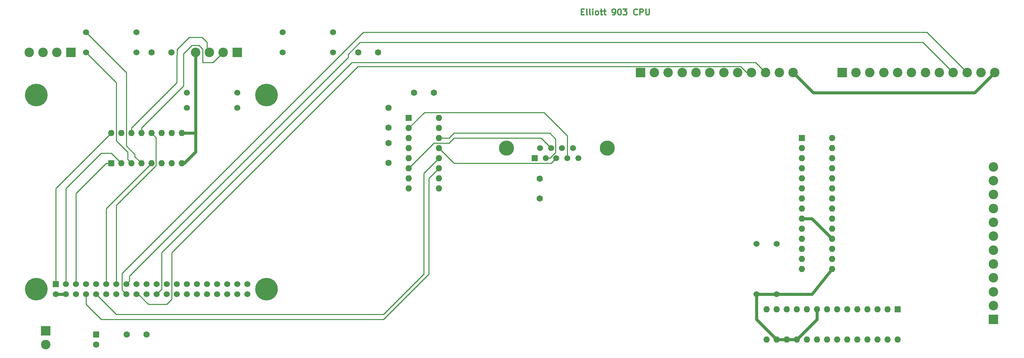
<source format=gbr>
G04 #@! TF.FileFunction,Copper,L1,Top,Signal*
%FSLAX46Y46*%
G04 Gerber Fmt 4.6, Leading zero omitted, Abs format (unit mm)*
G04 Created by KiCad (PCBNEW 4.0.5) date 06/14/17 15:34:31*
%MOMM*%
%LPD*%
G01*
G04 APERTURE LIST*
%ADD10C,0.100000*%
%ADD11C,0.300000*%
%ADD12C,2.400000*%
%ADD13R,2.400000X2.400000*%
%ADD14R,1.524000X1.524000*%
%ADD15C,1.524000*%
%ADD16C,5.700000*%
%ADD17R,1.600000X1.600000*%
%ADD18O,1.600000X1.600000*%
%ADD19C,3.810000*%
%ADD20R,1.520000X1.520000*%
%ADD21C,1.520000*%
%ADD22C,1.600000*%
%ADD23C,0.750000*%
%ADD24C,0.250000*%
G04 APERTURE END LIST*
D10*
D11*
X190818572Y-29102857D02*
X191318572Y-29102857D01*
X191532858Y-29888571D02*
X190818572Y-29888571D01*
X190818572Y-28388571D01*
X191532858Y-28388571D01*
X192390001Y-29888571D02*
X192247143Y-29817143D01*
X192175715Y-29674286D01*
X192175715Y-28388571D01*
X193175715Y-29888571D02*
X193032857Y-29817143D01*
X192961429Y-29674286D01*
X192961429Y-28388571D01*
X193747143Y-29888571D02*
X193747143Y-28888571D01*
X193747143Y-28388571D02*
X193675714Y-28460000D01*
X193747143Y-28531429D01*
X193818571Y-28460000D01*
X193747143Y-28388571D01*
X193747143Y-28531429D01*
X194675715Y-29888571D02*
X194532857Y-29817143D01*
X194461429Y-29745714D01*
X194390000Y-29602857D01*
X194390000Y-29174286D01*
X194461429Y-29031429D01*
X194532857Y-28960000D01*
X194675715Y-28888571D01*
X194890000Y-28888571D01*
X195032857Y-28960000D01*
X195104286Y-29031429D01*
X195175715Y-29174286D01*
X195175715Y-29602857D01*
X195104286Y-29745714D01*
X195032857Y-29817143D01*
X194890000Y-29888571D01*
X194675715Y-29888571D01*
X195604286Y-28888571D02*
X196175715Y-28888571D01*
X195818572Y-28388571D02*
X195818572Y-29674286D01*
X195890000Y-29817143D01*
X196032858Y-29888571D01*
X196175715Y-29888571D01*
X196461429Y-28888571D02*
X197032858Y-28888571D01*
X196675715Y-28388571D02*
X196675715Y-29674286D01*
X196747143Y-29817143D01*
X196890001Y-29888571D01*
X197032858Y-29888571D01*
X198747143Y-29888571D02*
X199032858Y-29888571D01*
X199175715Y-29817143D01*
X199247143Y-29745714D01*
X199390001Y-29531429D01*
X199461429Y-29245714D01*
X199461429Y-28674286D01*
X199390001Y-28531429D01*
X199318572Y-28460000D01*
X199175715Y-28388571D01*
X198890001Y-28388571D01*
X198747143Y-28460000D01*
X198675715Y-28531429D01*
X198604286Y-28674286D01*
X198604286Y-29031429D01*
X198675715Y-29174286D01*
X198747143Y-29245714D01*
X198890001Y-29317143D01*
X199175715Y-29317143D01*
X199318572Y-29245714D01*
X199390001Y-29174286D01*
X199461429Y-29031429D01*
X200390000Y-28388571D02*
X200532857Y-28388571D01*
X200675714Y-28460000D01*
X200747143Y-28531429D01*
X200818572Y-28674286D01*
X200890000Y-28960000D01*
X200890000Y-29317143D01*
X200818572Y-29602857D01*
X200747143Y-29745714D01*
X200675714Y-29817143D01*
X200532857Y-29888571D01*
X200390000Y-29888571D01*
X200247143Y-29817143D01*
X200175714Y-29745714D01*
X200104286Y-29602857D01*
X200032857Y-29317143D01*
X200032857Y-28960000D01*
X200104286Y-28674286D01*
X200175714Y-28531429D01*
X200247143Y-28460000D01*
X200390000Y-28388571D01*
X201390000Y-28388571D02*
X202318571Y-28388571D01*
X201818571Y-28960000D01*
X202032857Y-28960000D01*
X202175714Y-29031429D01*
X202247143Y-29102857D01*
X202318571Y-29245714D01*
X202318571Y-29602857D01*
X202247143Y-29745714D01*
X202175714Y-29817143D01*
X202032857Y-29888571D01*
X201604285Y-29888571D01*
X201461428Y-29817143D01*
X201390000Y-29745714D01*
X204961428Y-29745714D02*
X204889999Y-29817143D01*
X204675713Y-29888571D01*
X204532856Y-29888571D01*
X204318571Y-29817143D01*
X204175713Y-29674286D01*
X204104285Y-29531429D01*
X204032856Y-29245714D01*
X204032856Y-29031429D01*
X204104285Y-28745714D01*
X204175713Y-28602857D01*
X204318571Y-28460000D01*
X204532856Y-28388571D01*
X204675713Y-28388571D01*
X204889999Y-28460000D01*
X204961428Y-28531429D01*
X205604285Y-29888571D02*
X205604285Y-28388571D01*
X206175713Y-28388571D01*
X206318571Y-28460000D01*
X206389999Y-28531429D01*
X206461428Y-28674286D01*
X206461428Y-28888571D01*
X206389999Y-29031429D01*
X206318571Y-29102857D01*
X206175713Y-29174286D01*
X205604285Y-29174286D01*
X207104285Y-28388571D02*
X207104285Y-29602857D01*
X207175713Y-29745714D01*
X207247142Y-29817143D01*
X207389999Y-29888571D01*
X207675713Y-29888571D01*
X207818571Y-29817143D01*
X207889999Y-29745714D01*
X207961428Y-29602857D01*
X207961428Y-28388571D01*
D12*
X263540000Y-44450000D03*
X260040000Y-44450000D03*
X267040000Y-44450000D03*
X270540000Y-44450000D03*
X274040000Y-44450000D03*
X277540000Y-44450000D03*
D13*
X256540000Y-44450000D03*
D12*
X281040000Y-44450000D03*
X284540000Y-44450000D03*
X288040000Y-44450000D03*
X291540000Y-44450000D03*
X295040000Y-44450000D03*
D14*
X58420000Y-97790000D03*
D15*
X58420000Y-100330000D03*
X71120000Y-97790000D03*
X60960000Y-100330000D03*
X73660000Y-97790000D03*
X63500000Y-100330000D03*
X76200000Y-97790000D03*
X66040000Y-100330000D03*
X78740000Y-97790000D03*
X68580000Y-100330000D03*
X81280000Y-97790000D03*
X71120000Y-100330000D03*
X83820000Y-97790000D03*
X73660000Y-100330000D03*
X86360000Y-97790000D03*
X76200000Y-100330000D03*
X88900000Y-97790000D03*
X78740000Y-100330000D03*
X91440000Y-97790000D03*
X81280000Y-100330000D03*
X93980000Y-97790000D03*
X83820000Y-100330000D03*
X96520000Y-97790000D03*
X86360000Y-100330000D03*
X88900000Y-100330000D03*
X99060000Y-97790000D03*
X91440000Y-100330000D03*
X96520000Y-100330000D03*
X99060000Y-100330000D03*
X101600000Y-100330000D03*
X104140000Y-100330000D03*
X101600000Y-97790000D03*
X104140000Y-97790000D03*
X60960000Y-97790000D03*
X63500000Y-97790000D03*
X66040000Y-97790000D03*
X68580000Y-97790000D03*
X106680000Y-97790000D03*
X106680000Y-100330000D03*
X93980000Y-100330000D03*
D16*
X53550000Y-99060000D03*
X111550000Y-99060000D03*
X111550000Y-50060000D03*
X53550000Y-50060000D03*
D17*
X72390000Y-67310000D03*
D18*
X90170000Y-59690000D03*
X74930000Y-67310000D03*
X87630000Y-59690000D03*
X77470000Y-67310000D03*
X85090000Y-59690000D03*
X80010000Y-67310000D03*
X82550000Y-59690000D03*
X82550000Y-67310000D03*
X80010000Y-59690000D03*
X85090000Y-67310000D03*
X77470000Y-59690000D03*
X87630000Y-67310000D03*
X74930000Y-59690000D03*
X90170000Y-67310000D03*
X72390000Y-59690000D03*
D19*
X197360000Y-63500000D03*
X171960000Y-63500000D03*
D20*
X179070000Y-66040000D03*
D21*
X181860000Y-66040000D03*
X184530000Y-66040000D03*
X187330000Y-66040000D03*
X190120000Y-66040000D03*
X180470000Y-63500000D03*
X183260000Y-63500000D03*
X185930000Y-63500000D03*
X188720000Y-63500000D03*
D12*
X55230000Y-39370000D03*
X51730000Y-39370000D03*
X58730000Y-39370000D03*
D13*
X62230000Y-39370000D03*
D12*
X97140000Y-39370000D03*
X93640000Y-39370000D03*
X100640000Y-39370000D03*
D13*
X104140000Y-39370000D03*
D12*
X212740000Y-44450000D03*
X209240000Y-44450000D03*
X216240000Y-44450000D03*
X219740000Y-44450000D03*
X223240000Y-44450000D03*
X226740000Y-44450000D03*
D13*
X205740000Y-44450000D03*
D12*
X230240000Y-44450000D03*
X233740000Y-44450000D03*
X237240000Y-44450000D03*
X240740000Y-44450000D03*
X244240000Y-44450000D03*
D15*
X234950000Y-100330000D03*
X234950000Y-87630000D03*
X104140000Y-53340000D03*
X91440000Y-53340000D03*
X104140000Y-49530000D03*
X91440000Y-49530000D03*
X240030000Y-100330000D03*
X240030000Y-87630000D03*
X128270000Y-34290000D03*
X115570000Y-34290000D03*
X128270000Y-39370000D03*
X115570000Y-39370000D03*
X66040000Y-34290000D03*
X78740000Y-34290000D03*
X66040000Y-39370000D03*
X78740000Y-39370000D03*
D17*
X246380000Y-60960000D03*
D18*
X254000000Y-93980000D03*
X246380000Y-63500000D03*
X254000000Y-91440000D03*
X246380000Y-66040000D03*
X254000000Y-88900000D03*
X246380000Y-68580000D03*
X254000000Y-86360000D03*
X246380000Y-71120000D03*
X254000000Y-83820000D03*
X246380000Y-73660000D03*
X254000000Y-81280000D03*
X246380000Y-76200000D03*
X254000000Y-78740000D03*
X246380000Y-78740000D03*
X254000000Y-76200000D03*
X246380000Y-81280000D03*
X254000000Y-73660000D03*
X246380000Y-83820000D03*
X254000000Y-71120000D03*
X246380000Y-86360000D03*
X254000000Y-68580000D03*
X246380000Y-88900000D03*
X254000000Y-66040000D03*
X246380000Y-91440000D03*
X254000000Y-63500000D03*
X246380000Y-93980000D03*
X254000000Y-60960000D03*
D17*
X68580000Y-110490000D03*
D22*
X68580000Y-112990000D03*
D17*
X147320000Y-55880000D03*
D18*
X154940000Y-73660000D03*
X147320000Y-58420000D03*
X154940000Y-71120000D03*
X147320000Y-60960000D03*
X154940000Y-68580000D03*
X147320000Y-63500000D03*
X154940000Y-66040000D03*
X147320000Y-66040000D03*
X154940000Y-63500000D03*
X147320000Y-68580000D03*
X154940000Y-60960000D03*
X147320000Y-71120000D03*
X154940000Y-58420000D03*
X147320000Y-73660000D03*
X154940000Y-55880000D03*
D22*
X142240000Y-53340000D03*
X142240000Y-58340000D03*
X142240000Y-62230000D03*
X142240000Y-67230000D03*
X153670000Y-49530000D03*
X148670000Y-49530000D03*
X180340000Y-76200000D03*
X180340000Y-71200000D03*
X76280000Y-110490000D03*
X81280000Y-110490000D03*
X82550000Y-39370000D03*
X87550000Y-39370000D03*
X134620000Y-39370000D03*
X139620000Y-39370000D03*
D12*
X55880000Y-113030000D03*
D13*
X55880000Y-109530000D03*
D12*
X294640000Y-99680000D03*
X294640000Y-103180000D03*
X294640000Y-96180000D03*
X294640000Y-92680000D03*
X294640000Y-89180000D03*
X294640000Y-85680000D03*
D13*
X294640000Y-106680000D03*
D12*
X294640000Y-82180000D03*
X294640000Y-78680000D03*
X294640000Y-75180000D03*
X294640000Y-71680000D03*
X294640000Y-68180000D03*
D17*
X270510000Y-104140000D03*
D18*
X237490000Y-111760000D03*
X267970000Y-104140000D03*
X240030000Y-111760000D03*
X265430000Y-104140000D03*
X242570000Y-111760000D03*
X262890000Y-104140000D03*
X245110000Y-111760000D03*
X260350000Y-104140000D03*
X247650000Y-111760000D03*
X257810000Y-104140000D03*
X250190000Y-111760000D03*
X255270000Y-104140000D03*
X252730000Y-111760000D03*
X252730000Y-104140000D03*
X255270000Y-111760000D03*
X250190000Y-104140000D03*
X257810000Y-111760000D03*
X247650000Y-104140000D03*
X260350000Y-111760000D03*
X245110000Y-104140000D03*
X262890000Y-111760000D03*
X242570000Y-104140000D03*
X265430000Y-111760000D03*
X240030000Y-104140000D03*
X267970000Y-111760000D03*
X237490000Y-104140000D03*
X270510000Y-111760000D03*
D23*
X250190000Y-104140000D02*
X250190000Y-106680000D01*
X250190000Y-106680000D02*
X245110000Y-111760000D01*
X242570000Y-111760000D02*
X245110000Y-111760000D01*
X242570000Y-111760000D02*
X240030000Y-111760000D01*
X234950000Y-100330000D02*
X234950000Y-106680000D01*
X234950000Y-106680000D02*
X240030000Y-111760000D01*
X240030000Y-100330000D02*
X248920000Y-100330000D01*
X248920000Y-100330000D02*
X254000000Y-93980000D01*
X234950000Y-100330000D02*
X240030000Y-100330000D01*
X246380000Y-81280000D02*
X248920000Y-81280000D01*
X248920000Y-81280000D02*
X254000000Y-86360000D01*
X58420000Y-100330000D02*
X60960000Y-100330000D01*
D24*
X181454999Y-54454999D02*
X187330000Y-60330000D01*
X187330000Y-60330000D02*
X187330000Y-66040000D01*
X147320000Y-58420000D02*
X151285001Y-54454999D01*
X151285001Y-54454999D02*
X181454999Y-54454999D01*
D23*
X295040000Y-44450000D02*
X289960000Y-49530000D01*
X289960000Y-49530000D02*
X249320000Y-49530000D01*
X249320000Y-49530000D02*
X244240000Y-44450000D01*
X295040000Y-43580000D02*
X295040000Y-44450000D01*
X90170000Y-59690000D02*
X93640000Y-59690000D01*
X93640000Y-39370000D02*
X93640000Y-59690000D01*
X93640000Y-59690000D02*
X93640000Y-64430000D01*
X93640000Y-64430000D02*
X90760000Y-67310000D01*
X90760000Y-67310000D02*
X90170000Y-67310000D01*
D24*
X147320000Y-68580000D02*
X153670000Y-62230000D01*
X153670000Y-62230000D02*
X157480000Y-62230000D01*
X157480000Y-62230000D02*
X158750000Y-60960000D01*
X158750000Y-60960000D02*
X180720000Y-60960000D01*
X180720000Y-60960000D02*
X183260000Y-63500000D01*
X154940000Y-60960000D02*
X157480000Y-60960000D01*
X157480000Y-60960000D02*
X158750000Y-59690000D01*
X158750000Y-59690000D02*
X182880000Y-59690000D01*
X182880000Y-59690000D02*
X184345001Y-61155001D01*
X184345001Y-61155001D02*
X184345001Y-64574999D01*
X184345001Y-64574999D02*
X182880000Y-66040000D01*
X182880000Y-66040000D02*
X181860000Y-66040000D01*
X154940000Y-63500000D02*
X158750000Y-67310000D01*
X183260000Y-67310000D02*
X184530000Y-66040000D01*
X158750000Y-67310000D02*
X183260000Y-67310000D01*
X78370020Y-65670020D02*
X80010000Y-67310000D01*
X76200000Y-62863589D02*
X78370020Y-65033609D01*
X76200000Y-44450000D02*
X76200000Y-62863589D01*
X78370020Y-65033609D02*
X78370020Y-65670020D01*
X66040000Y-34290000D02*
X76200000Y-44450000D01*
X76518205Y-66358205D02*
X77470000Y-67310000D01*
X66040000Y-39370000D02*
X73660000Y-46990000D01*
X73660000Y-61596410D02*
X76518205Y-64454615D01*
X76518205Y-64454615D02*
X76518205Y-66358205D01*
X73660000Y-46990000D02*
X73660000Y-61596410D01*
X77470000Y-59690000D02*
X77470000Y-58420000D01*
X77470000Y-58420000D02*
X88900000Y-46990000D01*
X88900000Y-46990000D02*
X88900000Y-40129002D01*
X88900000Y-40129002D02*
X88975001Y-40054001D01*
X88961295Y-38672293D02*
X92073589Y-35560000D01*
X88975001Y-40054001D02*
X88975001Y-38685999D01*
X88975001Y-38685999D02*
X88961295Y-38672293D01*
X92073589Y-35560000D02*
X95250000Y-35560000D01*
X95250000Y-35560000D02*
X96520000Y-36830000D01*
X96520000Y-36830000D02*
X96520000Y-38750000D01*
X96520000Y-38750000D02*
X97140000Y-39370000D01*
X98100000Y-41910000D02*
X100640000Y-39370000D01*
X95465001Y-38493999D02*
X95465001Y-41910000D01*
X94516001Y-37544999D02*
X95465001Y-38493999D01*
X95465001Y-41910000D02*
X98100000Y-41910000D01*
X92763999Y-37544999D02*
X94516001Y-37544999D01*
X80010000Y-58420000D02*
X90620011Y-47809989D01*
X90620011Y-39688987D02*
X92763999Y-37544999D01*
X80010000Y-59690000D02*
X80010000Y-58420000D01*
X90620011Y-47809989D02*
X90620011Y-39688987D01*
X284540000Y-44450000D02*
X276920000Y-36830000D01*
X276920000Y-36830000D02*
X135050998Y-36830000D01*
X135050998Y-36830000D02*
X132080000Y-39800998D01*
X132080000Y-39800998D02*
X132080000Y-40640000D01*
X132080000Y-40640000D02*
X76961999Y-95758001D01*
X76961999Y-95758001D02*
X76961999Y-97028001D01*
X76961999Y-97028001D02*
X76200000Y-97790000D01*
X288040000Y-44450000D02*
X277880000Y-34290000D01*
X277880000Y-34290000D02*
X135890000Y-34290000D01*
X75438001Y-99568001D02*
X76200000Y-100330000D01*
X135890000Y-34290000D02*
X75112999Y-95067001D01*
X75112999Y-95067001D02*
X75112999Y-99242999D01*
X75112999Y-99242999D02*
X75438001Y-99568001D01*
X233740000Y-44450000D02*
X232497002Y-44450000D01*
X232497002Y-44450000D02*
X230972001Y-42924999D01*
X230972001Y-42924999D02*
X134536239Y-42924999D01*
X134536239Y-42924999D02*
X87630000Y-89831238D01*
X87630000Y-101600000D02*
X86360000Y-102870000D01*
X87630000Y-89831238D02*
X87630000Y-101600000D01*
X86360000Y-102870000D02*
X81767238Y-102870000D01*
X81767238Y-102870000D02*
X79376990Y-100479752D01*
X79376990Y-100479752D02*
X79376990Y-99994638D01*
X79376990Y-99994638D02*
X79226176Y-99843824D01*
X79226176Y-99843824D02*
X78740000Y-100330000D01*
X237240000Y-44450000D02*
X234700000Y-41910000D01*
X234700000Y-41910000D02*
X133011238Y-41910000D01*
X85090000Y-89831238D02*
X85090000Y-99060000D01*
X85090000Y-99060000D02*
X83820000Y-100330000D01*
X133011238Y-41910000D02*
X85090000Y-89831238D01*
X58420000Y-97790000D02*
X58420000Y-73660000D01*
X58420000Y-73660000D02*
X72390000Y-59690000D01*
X71120000Y-97790000D02*
X71120000Y-78740000D01*
X71120000Y-78740000D02*
X82550000Y-67310000D01*
X83675001Y-67850001D02*
X83675001Y-60815001D01*
X73660000Y-77865002D02*
X83675001Y-67850001D01*
X73660000Y-97790000D02*
X73660000Y-77865002D01*
X83675001Y-60815001D02*
X82550000Y-59690000D01*
X152400000Y-71120000D02*
X154940000Y-68580000D01*
X152400000Y-95250000D02*
X152400000Y-71120000D01*
X140970000Y-106680000D02*
X152400000Y-95250000D01*
X69850000Y-106680000D02*
X140970000Y-106680000D01*
X66040000Y-102870000D02*
X69850000Y-106680000D01*
X66040000Y-100330000D02*
X66040000Y-102870000D01*
X68580000Y-100330000D02*
X73660000Y-105410000D01*
X73660000Y-105410000D02*
X140970000Y-105410000D01*
X140970000Y-105410000D02*
X151130000Y-95250000D01*
X151130000Y-95250000D02*
X151130000Y-69850000D01*
X151130000Y-69850000D02*
X154940000Y-66040000D01*
X69850000Y-64770000D02*
X72390000Y-64770000D01*
X60960000Y-97790000D02*
X60960000Y-73660000D01*
X72390000Y-64770000D02*
X74930000Y-67310000D01*
X60960000Y-73660000D02*
X69850000Y-64770000D01*
X63500000Y-97790000D02*
X63500000Y-74930000D01*
X71120000Y-67310000D02*
X72390000Y-67310000D01*
X63500000Y-74930000D02*
X71120000Y-67310000D01*
M02*

</source>
